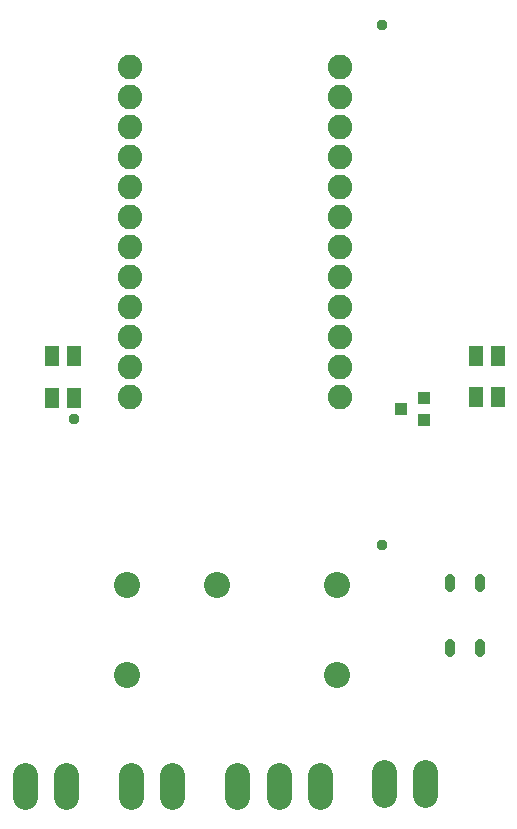
<source format=gbr>
G04 EAGLE Gerber X2 export*
%TF.Part,Single*%
%TF.FileFunction,Soldermask,Top,1*%
%TF.FilePolarity,Negative*%
%TF.GenerationSoftware,Autodesk,EAGLE,9.1.3*%
%TF.CreationDate,2018-10-07T17:36:22Z*%
G75*
%MOMM*%
%FSLAX34Y34*%
%LPD*%
%AMOC8*
5,1,8,0,0,1.08239X$1,22.5*%
G01*
%ADD10C,2.082800*%
%ADD11R,1.103200X1.003200*%
%ADD12C,2.078200*%
%ADD13C,0.838200*%
%ADD14R,1.168400X1.651000*%
%ADD15C,2.209800*%
%ADD16C,0.959600*%


D10*
X156989Y634121D03*
X156989Y608721D03*
X156989Y583321D03*
X156989Y557921D03*
X156989Y532521D03*
X156989Y507121D03*
X156989Y481721D03*
X156989Y456321D03*
X156989Y430921D03*
X156989Y405521D03*
X156989Y380121D03*
X156989Y354721D03*
X334789Y354721D03*
X334789Y380121D03*
X334789Y405521D03*
X334789Y430921D03*
X334789Y456321D03*
X334789Y481721D03*
X334789Y507121D03*
X334789Y532521D03*
X334789Y557921D03*
X334789Y583321D03*
X334789Y608721D03*
X334789Y634121D03*
D11*
X386000Y345000D03*
X406000Y335500D03*
X406000Y354500D03*
D12*
X282500Y35225D02*
X282500Y16475D01*
X247500Y16475D02*
X247500Y35225D01*
X317500Y35225D02*
X317500Y16475D01*
X192500Y16475D02*
X192500Y35225D01*
X157500Y35225D02*
X157500Y16475D01*
X102500Y16475D02*
X102500Y35225D01*
X67500Y35225D02*
X67500Y16475D01*
D13*
X452700Y139325D02*
X452700Y145675D01*
X427300Y145675D02*
X427300Y139325D01*
X452700Y194325D02*
X452700Y200675D01*
X427300Y200675D02*
X427300Y194325D01*
D12*
X406500Y37225D02*
X406500Y18475D01*
X371500Y18475D02*
X371500Y37225D01*
D14*
X468271Y355000D03*
X449729Y355000D03*
X468271Y390000D03*
X449729Y390000D03*
X109271Y390000D03*
X90729Y390000D03*
X109271Y354000D03*
X90729Y354000D03*
D15*
X331958Y196200D03*
X230358Y196200D03*
X154158Y196200D03*
X154158Y120000D03*
X331958Y120000D03*
D16*
X108966Y336804D03*
X370000Y670000D03*
X370000Y230000D03*
M02*

</source>
